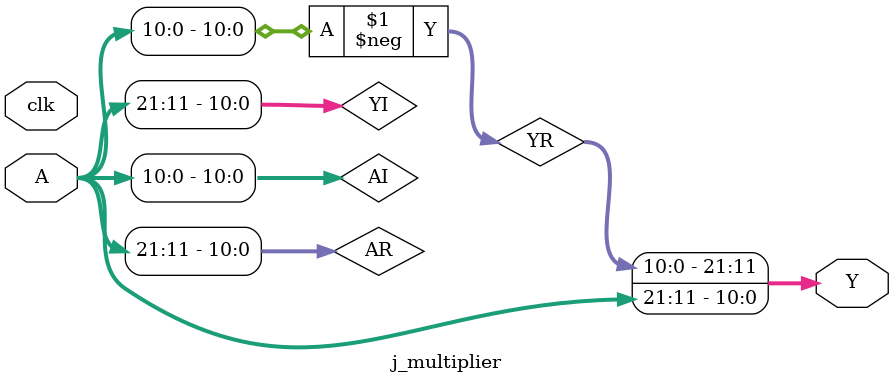
<source format=v>
module j_multiplier(
                    input         clk,
                    input [21:0]  A,
                    output [21:0] Y
                    );
   wire signed [10:0]             AR;
   wire signed [10:0]             AI;
   // reg signed [10:0]              YR, YI;
   wire signed [10:0]              YR, YI;
   assign {AR, AI} = A;
   assign YR = -AI;
   assign YI = AR;

   assign Y = {YR, YI};
   
   always@(posedge clk) begin
      // YR <= -AI;
      // YI <= AR;
   end
   
endmodule // j_multiplier


</source>
